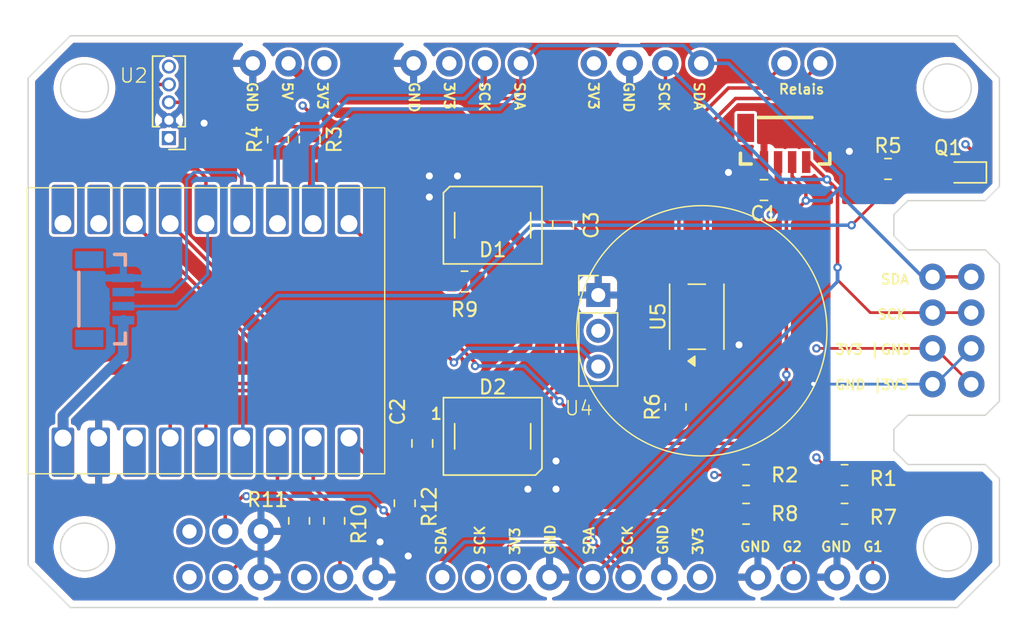
<source format=kicad_pcb>
(kicad_pcb (version 20241229) (generator "pcbnew") (generator_version "9.0")
  (layers (0 "F.Cu" power) (4 "In1.Cu" power) (6 "In2.Cu" power) (2 "B.Cu" power) (13 "F.Paste" user) (15 "B.Paste" user) (5 "F.SilkS" user "F.Silkscreen") (7 "B.SilkS" user "B.Silkscreen") (1 "F.Mask" user) (3 "B.Mask" user) (25 "Edge.Cuts" user))
  (net 0 "")
  (net 1 "+3V3")
  (net 2 "GND")
  (net 3 "+5V")
  (net 4 "Net-(D1-DIN)")
  (net 7 "Net-(J12-Pin_2)")
  (net 8 "SCK")
  (net 9 "SDA")
  (net 10 "UART_TX_mmWAVE")
  (net 11 "UART_RX_mmWAVE")
  (net 12 "WS12_LED_IN")
  (net 16 "Net-(D1-DOUT)")
  (net 18 "Net-(J3-Pin_2)")
  (net 19 "Net-(J3-Pin_1)")
  (net 20 "PhotoMeas")
  (net 21 "Relais")
  (net 22 "Net-(R6-Pad2)")
  (net 23 "Net-(J5-Pin_2)")
  (net 24 "Net-(J6-Pin_2)")
  (net 25 "Net-(J7-Pin_2)")
  (net 26 "Net-(J8-Pin_2)")
  (net 27 "GPIO_1")
  (net 28 "GPIO_2")
  (net 29 "GPIO_5")
  (net 30 "GPIO_4")
  (net 31 "GPIO_6")
  (net 32 "PIR")
  (footprint "Resistor_SMD:R_0805_2012Metric" (layer "F.Cu") (at 108.75 74.9125 90)
    (property "Reference" "R4" (at 0 -1.65 90) (layer "F.SilkS"))
    (property "Value" "2k2")
    (pad "1" smd roundrect (at -0.9125 0 90) (size 1.025 1.4) (layers "F.Cu" "F.Mask" "F.Paste") (roundrect_rratio 0.243902) (net 8 "SCK"))
    (pad "2" smd roundrect (at 0.9125 0 90) (size 1.025 1.4) (layers "F.Cu" "F.Mask" "F.Paste") (roundrect_rratio 0.243902) (net 1 "+3V3"))
  )
  (footprint "PCM_SparkFun-Connector:1x03_P2.54mm" (layer "F.Cu") (at 115.694603 106 180)
    (property "Reference" "J8")
    (property "Value" "Conn_01x03")
    (pad "1" thru_hole circle (at 0 0 270) (size 1.8796 1.8796) (drill 1.016) (layers "*.Cu" "*.Mask") (net 2 "GND"))
    (pad "2" thru_hole circle (at 2.54 0 270) (size 1.8796 1.8796) (drill 1.016) (layers "*.Cu" "*.Mask") (net 26 "Net-(J8-Pin_2)"))
    (pad "3" thru_hole circle (at 5.08 0 270) (size 1.8796 1.8796) (drill 1.016) (layers "*.Cu" "*.Mask") (net 1 "+3V3"))
  )
  (footprint "Resistor_SMD:R_0805_2012Metric" (layer "F.Cu") (at 142 101.5 180)
    (property "Reference" "R8" (at -2.75 0 0) (layer "F.SilkS"))
    (property "Value" "470R")
    (pad "1" smd roundrect (at -0.9125 0 180) (size 1.025 1.4) (layers "F.Cu" "F.Mask" "F.Paste") (roundrect_rratio 0.243902) (net 23 "Net-(J5-Pin_2)"))
    (pad "2" smd roundrect (at 0.9125 0 180) (size 1.025 1.4) (layers "F.Cu" "F.Mask" "F.Paste") (roundrect_rratio 0.243902) (net 28 "GPIO_2"))
  )
  (footprint "LibraryThomas:PIR_SR602" (layer "F.Cu") (at 132 93.58)
    (property "Reference" "U4" (at -1.88 0.42 0) (layer "F.SilkS") (effects (font (thickness 0.1))))
    (property "Value" "~")
    (pad "1" thru_hole rect (at -0.5 -7.62) (size 1.7 1.7) (drill 1) (layers "*.Cu" "*.Mask") (net 2 "GND"))
    (pad "2" thru_hole circle (at -0.5 -5.08) (size 1.7 1.7) (drill 1) (layers "*.Cu" "*.Mask") (net 1 "+3V3"))
    (pad "3" thru_hole circle (at -0.5 -2.54) (size 1.7 1.7) (drill 1) (layers "*.Cu" "*.Mask") (net 32 "PIR"))
  )
  (footprint "Resistor_SMD:R_0805_2012Metric" (layer "F.Cu") (at 110.25 102 90)
    (property "Reference" "R11" (at 1.5 -2.25 0) (layer "F.SilkS"))
    (property "Value" "470R")
    (pad "1" smd roundrect (at -0.9125 0 90) (size 1.025 1.4) (layers "F.Cu" "F.Mask" "F.Paste") (roundrect_rratio 0.243902) (net 25 "Net-(J7-Pin_2)"))
    (pad "2" smd roundrect (at 0.9125 0 90) (size 1.025 1.4) (layers "F.Cu" "F.Mask" "F.Paste") (roundrect_rratio 0.243902) (net 30 "GPIO_4"))
  )
  (footprint "PCM_SparkFun-Connector:1x04_P2.54mm" (layer "F.Cu") (at 131.19 69.5)
    (property "Reference" "J9")
    (property "Value" "VL53L0X Module")
    (pad "1" thru_hole circle (at 0 0 90) (size 1.8796 1.8796) (drill 1.016) (layers "*.Cu" "*.Mask") (net 1 "+3V3"))
    (pad "2" thru_hole circle (at 2.54 0 90) (size 1.8796 1.8796) (drill 1.016) (layers "*.Cu" "*.Mask") (net 2 "GND"))
    (pad "3" thru_hole circle (at 5.08 0 90) (size 1.8796 1.8796) (drill 1.016) (layers "*.Cu" "*.Mask") (net 8 "SCK"))
    (pad "4" thru_hole circle (at 7.62 0 90) (size 1.8796 1.8796) (drill 1.016) (layers "*.Cu" "*.Mask") (net 9 "SDA"))
  )
  (footprint "LibraryThomas:Unbenannt" (layer "F.Cu") (at 101 72.27)
    (property "Reference" "U2" (at -2.5 -1.9 0) (layer "F.SilkS") (effects (font (thickness 0.1))))
    (property "Value" "~")
    (pad "1" thru_hole rect (at 0 2.54 180) (size 1 1) (drill 0.65) (layers "*.Cu" "*.Mask") (net 1 "+3V3"))
    (pad "2" thru_hole circle (at 0 1.27 180) (size 1 1) (drill 0.65) (layers "*.Cu" "*.Mask") (net 2 "GND"))
    (pad "3" thru_hole circle (at 0 0 180) (size 1 1) (drill 0.65) (layers "*.Cu" "*.Mask") (net 11 "UART_RX_mmWAVE"))
    (pad "4" thru_hole circle (at 0 -1.27 180) (size 1 1) (drill 0.65) (layers "*.Cu" "*.Mask") (net 10 "UART_TX_mmWAVE"))
    (pad "5" thru_hole circle (at 0 -2.54 180) (size 1 1) (drill 0.65) (layers "*.Cu" "*.Mask"))
  )
  (footprint "PCM_SparkFun-Connector:1x02_P2.54mm" (layer "F.Cu") (at 144.73 69.5)
    (property "Reference" "J3")
    (property "Value" "Conn_01x02")
    (pad "1" thru_hole circle (at 0 0 90) (size 1.8796 1.8796) (drill 1.016) (layers "*.Cu" "*.Mask") (net 19 "Net-(J3-Pin_1)"))
    (pad "2" thru_hole circle (at 2.54 0 90) (size 1.8796 1.8796) (drill 1.016) (layers "*.Cu" "*.Mask") (net 18 "Net-(J3-Pin_2)"))
  )
  (footprint "PCM_SparkFun-Connector:1x02_P2.54mm" (layer "F.Cu") (at 142.845397 106)
    (property "Reference" "J5")
    (property "Value" "Conn_01x02")
    (pad "1" thru_hole circle (at 0 0 90) (size 1.8796 1.8796) (drill 1.016) (layers "*.Cu" "*.Mask") (net 2 "GND"))
    (pad "2" thru_hole circle (at 2.54 0 90) (size 1.8796 1.8796) (drill 1.016) (layers "*.Cu" "*.Mask") (net 23 "Net-(J5-Pin_2)"))
  )
  (footprint "Resistor_SMD:R_0805_2012Metric" (layer "F.Cu") (at 122 85)
    (property "Reference" "R9" (at 0 2 0) (layer "F.SilkS"))
    (property "Value" "2k2")
    (pad "1" smd roundrect (at -0.9125 0) (size 1.025 1.4) (layers "F.Cu" "F.Mask" "F.Paste") (roundrect_rratio 0.243902) (net 12 "WS12_LED_IN"))
    (pad "2" smd roundrect (at 0.9125 0) (size 1.025 1.4) (layers "F.Cu" "F.Mask" "F.Paste") (roundrect_rratio 0.243902) (net 4 "Net-(D1-DIN)"))
  )
  (footprint "PCM_SparkFun-Connector:1x04_P2.54mm" (layer "F.Cu") (at 155.25 92.29 90)
    (property "Reference" "J13")
    (property "Value" "SCD40 Module")
    (pad "1" thru_hole circle (at 0 0 180) (size 1.8796 1.8796) (drill 1.016) (layers "*.Cu" "*.Mask") (net 2 "GND"))
    (pad "2" thru_hole circle (at 2.54 0 180) (size 1.8796 1.8796) (drill 1.016) (layers "*.Cu" "*.Mask") (net 1 "+3V3"))
    (pad "3" thru_hole circle (at 5.08 0 180) (size 1.8796 1.8796) (drill 1.016) (layers "*.Cu" "*.Mask") (net 8 "SCK"))
    (pad "4" thru_hole circle (at 7.62 0 180) (size 1.8796 1.8796) (drill 1.016) (layers "*.Cu" "*.Mask") (net 9 "SDA"))
  )
  (footprint "PCM_SparkFun-Connector:1x04_P2.54mm" (layer "F.Cu") (at 138.734604 106 180)
    (property "Reference" "J1")
    (property "Value" "BME280, SHT40 Module")
    (pad "1" thru_hole circle (at 0 0 270) (size 1.8796 1.8796) (drill 1.016) (layers "*.Cu" "*.Mask") (net 1 "+3V3"))
    (pad "2" thru_hole circle (at 2.54 0 270) (size 1.8796 1.8796) (drill 1.016) (layers "*.Cu" "*.Mask") (net 2 "GND"))
    (pad "3" thru_hole circle (at 5.08 0 270) (size 1.8796 1.8796) (drill 1.016) (layers "*.Cu" "*.Mask") (net 8 "SCK"))
    (pad "4" thru_hole circle (at 7.62 0 270) (size 1.8796 1.8796) (drill 1.016) (layers "*.Cu" "*.Mask") (net 9 "SDA"))
  )
  (footprint "LED_SMD:LED_WS2812B_PLCC4_5.0x5.0mm_P3.2mm" (layer "F.Cu") (at 124 96)
    (property "Reference" "D2" (at 0 -3.5 0) (layer "F.SilkS"))
    (property "Value" "WS2812B")
    (fp_text user "1" (at -4 -1.6 0) (layer "F.SilkS") (effects (font (size 0.8 0.8))))
    (pad "1" smd roundrect (at -2.45 -1.65) (size 1.5 0.9) (layers "F.Cu" "F.Mask" "F.Paste") (roundrect_rratio 0.1) (net 3 "+5V"))
    (pad "2" smd roundrect (at -2.45 1.65) (size 1.5 0.9) (layers "F.Cu" "F.Mask" "F.Paste") (roundrect_rratio 0.1))
    (pad "3" smd roundrect (at 2.45 1.65) (size 1.5 0.9) (layers "F.Cu" "F.Mask" "F.Paste") (roundrect_rratio 0.1) (net 2 "GND"))
    (pad "4" smd roundrect (at 2.45 -1.65) (size 1.5 0.9) (layers "F.Cu" "F.Mask" "F.Paste") (roundrect_rratio 0.1) (net 16 "Net-(D1-DOUT)"))
  )
  (footprint "PCM_SparkFun-Connector:1x03_P2.54mm" (layer "F.Cu") (at 107.54 102.75 180)
    (property "Reference" "J12")
    (property "Value" "Conn_01x03")
    (pad "1" thru_hole circle (at 0 0 270) (size 1.8796 1.8796) (drill 1.016) (layers "*.Cu" "*.Mask") (net 2 "GND"))
    (pad "2" thru_hole circle (at 2.54 0 270) (size 1.8796 1.8796) (drill 1.016) (layers "*.Cu" "*.Mask") (net 7 "Net-(J12-Pin_2)"))
    (pad "3" thru_hole circle (at 5.08 0 270) (size 1.8796 1.8796) (drill 1.016) (layers "*.Cu" "*.Mask") (net 1 "+3V3"))
  )
  (footprint "Resistor_SMD:R_0805_2012Metric" (layer "F.Cu") (at 152.0875 77)
    (property "Reference" "R5" (at 0 -1.65 0) (layer "F.SilkS"))
    (property "Value" "10k")
    (pad "1" smd roundrect (at -0.9125 0) (size 1.025 1.4) (layers "F.Cu" "F.Mask" "F.Paste") (roundrect_rratio 0.243902) (net 2 "GND"))
    (pad "2" smd roundrect (at 0.9125 0) (size 1.025 1.4) (layers "F.Cu" "F.Mask" "F.Paste") (roundrect_rratio 0.243902) (net 20 "PhotoMeas"))
  )
  (footprint "LED_SMD:LED_0603_1608Metric" (layer "F.Cu") (at 157.5875 77.25 180)
    (property "Reference" "Q1" (at 1.25 1.75 0) (layer "F.SilkS"))
    (property "Value" "PT19-21C")
    (pad "1" smd roundrect (at -0.7875 0 180) (size 0.875 0.95) (layers "F.Cu" "F.Mask" "F.Paste") (net 1 "+3V3"))
    (pad "2" smd roundrect (at 0.7875 0 180) (size 0.875 0.95) (layers "F.Cu" "F.Mask" "F.Paste") (net 20 "PhotoMeas"))
  )
  (footprint "PCM_SparkFun-Connector:1x04_P2.54mm" (layer "F.Cu") (at 158 92.29 90)
    (property "Reference" "J14")
    (property "Value" "BME280, SHT40 Module")
    (pad "1" thru_hole circle (at 0 0 180) (size 1.8796 1.8796) (drill 1.016) (layers "*.Cu" "*.Mask") (net 1 "+3V3"))
    (pad "2" thru_hole circle (at 2.54 0 180) (size 1.8796 1.8796) (drill 1.016) (layers "*.Cu" "*.Mask") (net 2 "GND"))
    (pad "3" thru_hole circle (at 5.08 0 180) (size 1.8796 1.8796) (drill 1.016) (layers "*.Cu" "*.Mask") (net 8 "SCK"))
    (pad "4" thru_hole circle (at 7.62 0 180) (size 1.8796 1.8796) (drill 1.016) (layers "*.Cu" "*.Mask") (net 9 "SDA"))
  )
  (footprint "ThomasFootprints:ESP32_S3_zeroBoard" (layer "F.Cu") (at 118.87 83.42 90)
    (property "Reference" "U1" (hide yes))
    (property "Value" "~" (hide yes))
    (pad "1" thru_hole roundrect (at -12.7 -25.4) (size 1.6 3.5) (drill 1.2 (offset 0 1)) (layers "*.Cu" "*.Mask") (roundrect_rratio 0.1093613298) (net 3 "+5V"))
    (pad "2" thru_hole roundrect (at -12.7 -22.86) (size 1.6 3.5) (drill 1.2 (offset 0 1)) (layers "*.Cu" "*.Mask") (roundrect_rratio 0.1093613298) (net 2 "GND"))
    (pad "3" thru_hole roundrect (at -12.7 -20.32) (size 1.6 3.5) (drill 1.2 (offset 0 1)) (layers "*.Cu" "*.Mask") (roundrect_rratio 0.1093613298) (net 1 "+3V3"))
    (pad "4" thru_hole roundrect (at -12.7 -17.78) (size 1.6 3.5) (drill 1.2 (offset 0 1)) (layers "*.Cu" "*.Mask") (roundrect_rratio 0.1093613298) (net 27 "GPIO_1"))
    (pad "5" thru_hole roundrect (at -12.7 -15.24) (size 1.6 3.5) (drill 1.2 (offset 0 1)) (layers "*.Cu" "*.Mask") (roundrect_rratio 0.1093613298) (net 28 "GPIO_2"))
    (pad "6" thru_hole roundrect (at -12.7 -12.7) (size 1.6 3.5) (drill 1.2 (offset 0 1)) (layers "*.Cu" "*.Mask") (roundrect_rratio 0.1093613298) (net 20 "PhotoMeas"))
    (pad "7" thru_hole roundrect (at -12.7 -10.16) (size 1.6 3.5) (drill 1.2 (offset 0 1)) (layers "*.Cu" "*.Mask") (roundrect_rratio 0.1093613298) (net 30 "GPIO_4"))
    (pad "8" thru_hole roundrect (at -12.7 -7.62) (size 1.6 3.5) (drill 1.2 (offset 0 1)) (layers "*.Cu" "*.Mask") (roundrect_rratio 0.1093613298) (net 29 "GPIO_5"))
    (pad "9" thru_hole roundrect (at -12.7 -5.08) (size 1.6 3.5) (drill 1.2 (offset 0 1)) (layers "*.Cu" "*.Mask") (roundrect_rratio 0.1093613298) (net 31 "GPIO_6"))
    (pad "10" thru_hole roundrect (at 2.54 -5.08) (size 1.6 3.5) (drill 1.2 (offset 0 -1)) (layers "*.Cu" "*.Mask") (roundrect_rratio 0.1093613298) (net 12 "WS12_LED_IN"))
    (pad "11" thru_hole roundrect (at 2.54 -7.62) (size 1.6 3.5) (drill 1.2 (offset 0 -1)) (layers "*.Cu" "*.Mask") (roundrect_rratio 0.1093613298) (net 9 "SDA"))
    (pad "12" thru_hole roundrect (at 2.54 -10.16) (size 1.6 3.5) (drill 1.2 (offset 0 -1)) (layers "*.Cu" "*.Mask") (roundrect_rratio 0.1093613298) (net 8 "SCK"))
    (pad "13" thru_hole roundrect (at 2.54 -12.7) (size 1.6 3.5) (drill 1.2 (offset 0 -1)) (layers "*.Cu" "*.Mask") (roundrect_rratio 0.1093613298) (net 11 "UART_RX_mmWAVE"))
    (pad "14" thru_hole roundrect (at 2.54 -15.24) (size 1.6 3.5) (drill 1.2 (offset 0 -1)) (layers "*.Cu" "*.Mask") (roundrect_rratio 0.1093613298) (net 10 "UART_TX_mmWAVE"))
    (pad "15" thru_hole roundrect (at 2.54 -17.78) (size 1.6 3.5) (drill 1.2 (offset 0 -1)) (layers "*.Cu" "*.Mask") (roundrect_rratio 0.1093613298) (net 21 "Relais"))
    (pad "16" thru_hole roundrect (at 2.54 -20.32) (size 1.6 3.5) (drill 1.2 (offset 0 -1)) (layers "*.Cu" "*.Mask") (roundrect_rratio 0.1093613298) (net 32 "PIR"))
    (pad "17" thru_hole roundrect (at 2.54 -22.86) (size 1.6 3.5) (drill 1.2 (offset 0 -1)) (layers "*.Cu" "*.Mask") (roundrect_rratio 0.1093613298))
    (pad "18" thru_hole roundrect (at 2.54 -25.4) (size 1.6 3.5) (drill 1.2 (offset 0 -1)) (layers "*.Cu" "*.Mask") (roundrect_rratio 0.1093613298))
  )
  (footprint "PCM_SparkFun-Connector:1x03_P2.54mm" (layer "F.Cu") (at 107.54 106 180)
    (property "Reference" "J7")
    (property "Value" "Conn_01x03")
    (pad "1" thru_hole circle (at 0 0 270) (size 1.8796 1.8796) (drill 1.016) (layers "*.Cu" "*.Mask") (net 2 "GND"))
    (pad "2" thru_hole circle (at 2.54 0 270) (size 1.8796 1.8796) (drill 1.016) (layers "*.Cu" "*.Mask") (net 25 "Net-(J7-Pin_2)"))
    (pad "3" thru_hole circle (at 5.08 0 270) (size 1.8796 1.8796) (drill 1.016) (layers "*.Cu" "*.Mask") (net 1 "+3V3"))
  )
  (footprint "Resistor_SMD:R_0805_2012Metric" (layer "F.Cu") (at 112.75 102 90)
    (property "Reference" "R10" (at -0.227064 1.75 90) (layer "F.SilkS"))
    (property "Value" "470R")
    (pad "1" smd roundrect (at -0.9125 0 90) (size 1.025 1.4) (layers "F.Cu" "F.Mask" "F.Paste") (roundrect_rratio 0.243902) (net 26 "Net-(J8-Pin_2)"))
    (pad "2" smd roundrect (at 0.9125 0 90) (size 1.025 1.4) (layers "F.Cu" "F.Mask" "F.Paste") (roundrect_rratio 0.243902) (net 29 "GPIO_5"))
  )
  (footprint "Package_SO:Toshiba_SOIC-4-6_4.4x3.6mm_P1.27mm" (layer "F.Cu") (at 138.5 87.5 90)
    (property "Reference" "U5" (at 0 -2.75 90) (layer "F.SilkS"))
    (property "Value" "TLP175A")
    (pad "1" smd roundrect (at -3.15 -1.27 90) (size 1.2 0.8) (layers "F.Cu" "F.Mask" "F.Paste") (net 22 "Net-(R6-Pad2)"))
    (pad "3" smd roundrect (at -3.15 1.27 90) (size 1.2 0.8) (layers "F.Cu" "F.Mask" "F.Paste") (net 2 "GND"))
    (pad "4" smd roundrect (at 3.15 1.27 90) (size 1.2 0.8) (layers "F.Cu" "F.Mask" "F.Paste") (net 18 "Net-(J3-Pin_2)"))
    (pad "6" smd roundrect (at 3.15 -1.27 90) (size 1.2 0.8) (layers "F.Cu" "F.Mask" "F.Paste") (net 19 "Net-(J3-Pin_1)"))
  )
  (footprint "Resistor_SMD:R_0805_2012Metric" (layer "F.Cu") (at 149 101.5 180)
    (property "Reference" "R7" (at -2.75 -0.25 0) (layer "F.SilkS"))
    (property "Value" "470R")
    (pad "1" smd roundrect (at -0.9125 0 180) (size 1.025 1.4) (layers "F.Cu" "F.Mask" "F.Paste") (roundrect_rratio 0.243902) (net 24 "Net-(J6-Pin_2)"))
    (pad "2" smd roundrect (at 0.9125 0 180) (size 1.025 1.4) (layers "F.Cu" "F.Mask" "F.Paste") (roundrect_rratio 0.243902) (net 27 "GPIO_1"))
  )
  (footprint "Resistor_SMD:R_0805_2012Metric" (layer "F.Cu") (at 117.75 100.75 90)
    (property "Reference" "R12" (at -0.25 1.75 90) (layer "F.SilkS"))
    (property "Value" "470R")
    (pad "1" smd roundrect (at -0.9125 0 90) (size 1.025 1.4) (layers "F.Cu" "F.Mask" "F.Paste") (roundrect_rratio 0.243902) (net 7 "Net-(J12-Pin_2)"))
    (pad "2" smd roundrect (at 0.9125 0 90) (size 1.025 1.4) (layers "F.Cu" "F.Mask" "F.Paste") (roundrect_rratio 0.243902) (net 31 "GPIO_6"))
  )
  (footprint "PCM_SparkFun-Connector:JST_1x04_P1.0mm_Vertical_SMD" (layer "F.Cu") (at 144.775 75)
    (property "Reference" "J4")
    (property "Value" "Qwiic_Vertical")
    (pad "1" smd rect (at -1.5 1.511) (size 0.6 1.55) (layers "F.Cu" "F.Mask" "F.Paste") (net 2 "GND"))
    (pad "2" smd rect (at -0.5 1.511) (size 0.6 1.55) (layers "F.Cu" "F.Mask" "F.Paste") (net 1 "+3V3"))
    (pad "3" smd rect (at 0.5 1.511) (size 0.6 1.55) (layers "F.Cu" "F.Mask" "F.Paste") (net 9 "SDA"))
    (pad "4" smd rect (at 1.5 1.511) (size 0.6 1.55) (layers "F.Cu" "F.Mask" "F.Paste") (net 8 "SCK"))
    (pad "NC1" smd rect (at -2.8 -0.914) (size 1.2 2) (layers "F.Cu" "F.Mask" "F.Paste"))
    (pad "NC2" smd rect (at 2.8 -0.914) (size 1.2 2) (layers "F.Cu" "F.Mask" "F.Paste"))
  )
  (footprint "Capacitor_SMD:C_0805_2012Metric" (layer "F.Cu") (at 143.275 78.5 180)
    (property "Reference" "C1" (at 0 -1.68 180) (layer "F.SilkS"))
    (property "Value" "100n")
    (pad "1" smd roundrect (at -0.95 0 180) (size 1 1.45) (layers "F.Cu" "F.Mask" "F.Paste") (net 1 "+3V3"))
    (pad "2" smd roundrect (at 0.95 0 180) (size 1 1.45) (layers "F.Cu" "F.Mask" "F.Paste") (net 2 "GND"))
  )
  (footprint "PCM_SparkFun-Connector:1x04_P2.54mm" (layer "F.Cu") (at 118.38 69.5)
    (property "Reference" "J10")
    (property "Value" "SCD40 Module")
    (pad "1" thru_hole circle (at 0 0 90) (size 1.8796 1.8796) (drill 1.016) (layers "*.Cu" "*.Mask") (net 2 "GND"))
    (pad "2" thru_hole circle (at 2.54 0 90) (size 1.8796 1.8796) (drill 1.016) (layers "*.Cu" "*.Mask") (net 1 "+3V3"))
    (pad "3" thru_hole circle (at 5.08 0 90) (size 1.8796 1.8796) (drill 1.016) (layers "*.Cu" "*.Mask") (net 8 "SCK"))
    (pad "4" thru_hole circle (at 7.62 0 90) (size 1.8796 1.8796) (drill 1.016) (layers "*.Cu" "*.Mask") (net 9 "SDA"))
  )
  (footprint "PCM_SparkFun-Connector:1x03_P2.54mm" (layer "F.Cu") (at 106.96 69.5)
    (property "Reference" "J11")
    (property "Value" "Conn_01x03")
    (pad "1" thru_hole circle (at 0 0 90) (size 1.8796 1.8796) (drill 1.016) (layers "*.Cu" "*.Mask") (net 2 "GND"))
    (pad "2" thru_hole circle (at 2.54 0 90) (size 1.8796 1.8796) (drill 1.016) (layers "*.Cu" "*.Mask") (net 3 "+5V"))
    (pad "3" thru_hole circle (at 5.08 0 90) (size 1.8796 1.8796) (drill 1.016) (layers "*.Cu" "*.Mask") (net 1 "+3V3"))
  )
  (footprint "Resistor_SMD:R_0805_2012Metric" (layer "F.Cu") (at 111 74.9125 90)
    (property "Reference" "R3" (at 0 1.75 90) (layer "F.SilkS"))
    (property "Value" "2k2")
    (pad "1" smd roundrect (at -0.9125 0 90) (size 1.025 1.4) (layers "F.Cu" "F.Mask" "F.Paste") (roundrect_rratio 0.243902) (net 9 "SDA"))
    (pad "2" smd roundrect (at 0.9125 0 90) (size 1.025 1.4) (layers "F.Cu" "F.Mask" "F.Paste") (roundrect_rratio 0.243902) (net 1 "+3V3"))
  )
  (footprint "LED_SMD:LED_WS2812B_PLCC4_5.0x5.0mm_P3.2mm" (layer "F.Cu") (at 124 81 180)
    (property "Reference" "D1" (at 0 -1.75 0) (layer "F.SilkS"))
    (property "Value" "WS2812B")
    (pad "1" smd roundrect (at -2.45 -1.65 180) (size 1.5 0.9) (layers "F.Cu" "F.Mask" "F.Paste") (roundrect_rratio 0.1) (net 3 "+5V"))
    (pad "2" smd roundrect (at -2.45 1.65 180) (size 1.5 0.9) (layers "F.Cu" "F.Mask" "F.Paste") (roundrect_rratio 0.1) (net 16 "Net-(D1-DOUT)"))
    (pad "3" smd roundrect (at 2.45 1.65 180) (size 1.5 0.9) (layers "F.Cu" "F.Mask" "F.Paste") (roundrect_rratio 0.1) (net 2 "GND"))
    (pad "4" smd roundrect (at 2.45 -1.65 180) (size 1.5 0.9) (layers "F.Cu" "F.Mask" "F.Paste") (roundrect_rratio 0.1) (net 4 "Net-(D1-DIN)"))
  )
  (footprint "Resistor_SMD:R_0805_2012Metric" (layer "F.Cu") (at 149 98.75 180)
    (property "Reference" "R1" (at -2.75 -0.25 180) (layer "F.SilkS"))
    (property "Value" "4k7")
    (pad "1" smd roundrect (at -0.9125 0 180) (size 1.025 1.4) (layers "F.Cu" "F.Mask" "F.Paste") (roundrect_rratio 0.243902) (net 24 "Net-(J6-Pin_2)"))
    (pad "2" smd roundrect (at 0.9125 0 180) (size 1.025 1.4) (layers "F.Cu" "F.Mask" "F.Paste") (roundrect_rratio 0.243902) (net 1 "+3V3"))
  )
  (footprint "PCM_SparkFun-Connector:1x02_P2.54mm" (layer "F.Cu") (at 148.46 106)
    (property "Reference" "J6")
    (property "Value" "Conn_01x02")
    (pad "1" thru_hole circle (at 0 0 90) (size 1.8796 1.8796) (drill 1.016) (layers "*.Cu" "*.Mask") (net 2 "GND"))
    (pad "2" thru_hole circle (at 2.54 0 90) (size 1.8796 1.8796) (drill 1.016) (layers "*.Cu" "*.Mask") (net 24 "Net-(J6-Pin_2)"))
  )
  (footprint "Resistor_SMD:R_0805_2012Metric" (layer "F.Cu") (at 142 98.75 180)
    (property "Reference" "R2" (at -2.75 0 180) (layer "F.SilkS"))
    (property "Value" "4k7")
    (pad "1" smd roundrect (at -0.9125 0 180) (size 1.025 1.4) (layers "F.Cu" "F.Mask" "F.Paste") (roundrect_rratio 0.243902) (net 23 "Net-(J5-Pin_2)"))
    (pad "2" smd roundrect (at 0.9125 0 180) (size 1.025 1.4) (layers "F.Cu" "F.Mask" "F.Paste") (roundrect_rratio 0.243902) (net 1 "+3V3"))
  )
  (footprint "Resistor_SMD:R_0805_2012Metric" (layer "F.Cu") (at 137 93.9125 90)
    (property "Reference" "R6" (at 0 -1.65 90) (layer "F.SilkS"))
    (property "Value" "470R")
    (pad "1" smd roundrect (at -0.9125 0 90) (size 1.025 1.4) (layers "F.Cu" "F.Mask" "F.Paste") (roundrect_rratio 0.243902) (net 21 "Relais"))
    (pad "2" smd roundrect (at 0.9125 0 90) (size 1.025 1.4) (layers "F.Cu" "F.Mask" "F.Paste") (roundrect_rratio 0.243902) (net 22 "Net-(R6-Pad2)"))
  )
  (footprint "Capacitor_SMD:C_0805_2012Metric" (layer "F.Cu") (at 129 80.95 90)
    (property "Reference" "C3" (at -0.05 2 90) (layer "F.SilkS"))
    (property "Value" "10u")
    (pad "1" smd roundrect (at -0.95 0 90) (size 1 1.45) (layers "F.Cu" "F.Mask" "F.Paste") (net 3 "+5V"))
    (pad "2" smd roundrect (at 0.95 0 90) (size 1 1.45) (layers "F.Cu" "F.Mask" "F.Paste") (net 2 "GND"))
  )
  (footprint "Capacitor_SMD:C_0805_2012Metric" (layer "F.Cu") (at 119 96.5 -90)
    (property "Reference" "C2" (at -2.25 1.75 90) (layer "F.SilkS"))
    (property "Value" "10u")
    (pad "1" smd roundrect (at -0.95 0 270) (size 1 1.45) (layers "F.Cu" "F.Mask" "F.Paste") (net 3 "+5V"))
    (pad "2" smd roundrect (at 0.95 0 270) (size 1 1.45) (layers "F.Cu" "F.Mask" "F.Paste") (net 2 "GND"))
  )
  (footprint "PCM_SparkFun-Connector:1x04_P2.54mm" (layer "F.Cu") (at 128.04 106 180)
    (property "Reference" "J2")
    (property "Value" "SCD40 Module")
    (pad "1" thru_hole circle (at 0 0 270) (size 1.8796 1.8796) (drill 1.016) (layers "*.Cu" "*.Mask") (net 2 "GND"))
    (pad "2" thru_hole circle (at 2.54 0 270) (size 1.8796 1.8796) (drill 1.016) (layers "*.Cu" "*.Mask") (net 1 "+3V3"))
    (pad "3" thru_hole circle (at 5.08 0 270) (size 1.8796 1.8796) (drill 1.016) (layers "*.Cu" "*.Mask") (net 8 "SCK"))
    (pad "4" thru_hole circle (at 7.62 0 270) (size 1.8796 1.8796) (drill 1.016) (layers "*.Cu" "*.Mask") (net 9 "SDA"))
  )
  (footprint "PCM_SparkFun-Connector:JST_1x04_P1.0mm_Vertical_SMD" (layer "B.Cu") (at 96.25 86.25 -90)
    (property "Reference" "J15")
    (property "Value" "mmWave Connector")
    (pad "1" smd rect (at -1.5 -1.511 270) (size 0.6 1.55) (layers "B.Cu" "B.Mask" "B.Paste") (net 2 "GND"))
    (pad "2" smd rect (at -0.5 -1.511 270) (size 0.6 1.55) (layers "B.Cu" "B.Mask" "B.Paste") (net 11 "UART_RX_mmWAVE"))
    (pad "3" smd rect (at 0.5 -1.511 270) (size 0.6 1.55) (layers "B.Cu" "B.Mask" "B.Paste") (net 10 "UART_TX_mmWAVE"))
    (pad "4" smd rect (at 1.5 -1.511 270) (size 0.6 1.55) (layers "B.Cu" "B.Mask" "B.Paste") (net 3 "+5V"))
    (pad "NC1" smd rect (at -2.8 0.914 270) (size 1.2 2) (layers "B.Cu" "B.Mask" "B.Paste"))
    (pad "NC2" smd rect (at 2.8 0.914 270) (size 1.2 2) (layers "B.Cu" "B.Mask" "B.Paste"))
  )
  (gr_line (start 160 70.54) (end 157 67.54) (stroke (width 0.1)) (layer "Edge.Cuts"))
  (gr_line (start 160 105.16) (end 160 99) (stroke (width 0.1)) (layer "Edge.Cuts"))
  (gr_line (start 157 108.16) (end 160 105.16) (stroke (width 0.1)) (layer "Edge.Cuts"))
  (gr_circle (center 95 71.24) (end 96.7 71.24) (stroke (width 0.1)) (fill no) (layer "Edge.Cuts"))
  (gr_line (start 152.5 95.5) (end 152.5 97) (stroke (width 0.1)) (layer "Edge.Cuts"))
  (gr_line (start 160 93.5) (end 159 94.5) (stroke (width 0.1)) (layer "Edge.Cuts"))
  (gr_line (start 153.5 94.5) (end 152.5 95.5) (stroke (width 0.1)) (layer "Edge.Cuts"))
  (gr_line (start 160 78.25) (end 160 70.54) (stroke (width 0.1)) (layer "Edge.Cuts"))
  (gr_circle (center 156.3 71.24) (end 158 71.24) (stroke (width 0.1)) (fill no) (layer "Edge.Cuts"))
  (gr_line (start 159 82.75) (end 160 83.75) (stroke (width 0.1)) (layer "Edge.Cuts"))
  (gr_line (start 152.5 97) (end 153.5 98) (stroke (width 0.1)) (layer "Edge.Cuts"))
  (gr_line (start 157 67.54) (end 94 67.54) (stroke (width 0.1)) (layer "Edge.Cuts"))
  (gr_line (start 159 94.5) (end 153.5 94.5) (stroke (width 0.1)) (layer "Edge.Cuts"))
  (gr_line (start 153.5 98) (end 159 98) (stroke (width 0.1)) (layer "Edge.Cuts"))
  (gr_line (start 159 98) (end 160 99) (stroke (width 0.1)) (layer "Edge.Cuts"))
  (gr_line (start 160 93.5) (end 160 83.75) (stroke (width 0.1)) (layer "Edge.Cuts"))
  (gr_line (start 152.5 80.25) (end 152.5 81.75) (stroke (width 0.1)) (layer "Edge.Cuts"))
  (gr_line (start 159 79.25) (end 153.5 79.25) (stroke (width 0.1)) (layer "Edge.Cuts"))
  (gr_line (start 94 108.16) (end 157 108.16) (stroke (width 0.1)) (layer "Edge.Cuts"))
  (gr_line (start 91 70.54) (end 91 105.16) (stroke (width 0.1)) (layer "Edge.Cuts"))
  (gr_circle (center 156.3 103.86) (end 158 103.86) (stroke (width 0.1)) (fill no) (layer "Edge.Cuts"))
  (gr_line (start 160 78.25) (end 159 79.25) (stroke (width 0.1)) (layer "Edge.Cuts"))
  (gr_line (start 94 67.54) (end 91 70.54) (stroke (width 0.1)) (layer "Edge.Cuts"))
  (gr_line (start 153.5 79.25) (end 152.5 80.25) (stroke (width 0.1)) (layer "Edge.Cuts"))
  (gr_line (start 152.5 81.75) (end 153.5 82.75) (stroke (width 0.1)) (layer "Edge.Cuts"))
  (gr_circle (center 95 103.86) (end 96.7 103.86) (stroke (width 0.1)) (fill no) (layer "Edge.Cuts"))
  (gr_line (start 91 105.16) (end 94 108.16) (stroke (width 0.1)) (layer "Edge.Cuts"))
  (gr_line (start 153.5 82.75) (end 159 82.75) (stroke (width 0.1)) (layer "Edge.Cuts"))
  (gr_text "3V3" (at 126 104.5 90) (layer "F.SilkS") (effects (font (size 0.7 0.7) (thickness 0.14) (bold yes)) (justify left bottom)))
  (gr_text "SDA" (at 151.5 85.25 0) (layer "F.SilkS") (effects (font (size 0.7 0.7) (thickness 0.14) (bold yes)) (justify left bottom)))
  (gr_text "3V3 |" (at 148.25 90.25 0) (layer "F.SilkS") (effects (font (size 0.7 0.7) (thickness 0.14) (bold yes)) (justify left bottom)))
  (gr_text "3V3" (at 151.5 92.75 0) (layer "F.SilkS") (effects (font (size 0.7 0.7) (thickness 0.14) (bold yes)) (justify left bottom)))
  (gr_text "3V3" (at 130.75 70.75 270) (layer "F.SilkS") (effects (font (size 0.7 0.7) (thickness 0.14) (bold yes)) (justify left bottom)))
  (gr_text "G2" (at 144.5 104.25 0) (layer "F.SilkS") (effects (font (size 0.7 0.7) (thickness 0.14) (bold yes)) (justify left bottom)))
  (gr_text "GND" (at 136.5 104.5 90) (layer "F.SilkS") (effects (font (size 0.7 0.7) (thickness 0.14) (bold yes)) (justify left bottom)))
  (gr_text "SCK" (at 123.5 104.5 90) (layer "F.SilkS") (effects (font (size 0.7 0.7) (thickness 0.14) (bold yes)) (justify left bottom)))
  (gr_text "G1" (at 150.25 104.25 0) (layer "F.SilkS") (effects (font (size 0.7 0.7) (thickness 0.14) (bold yes)) (justify left bottom)))
  (gr_text "SDA" (at 131.25 104.5 90) (layer "F.SilkS") (effects (font (size 0.7 0.7) (thickness 0.14) (bold yes)) (justify left bottom)))
  (gr_text "SCK" (at 134 104.5 90) (layer "F.SilkS") (effects (font (size 0.7 0.7) (thickness 0.14) (bold yes)) (justify left bottom)))
  (gr_text "3V3" (at 139 104.5 90) (layer "F.SilkS") (effects (font (size 0.7 0.7) (thickness 0.14) (bold yes)) (justify left bottom)))
  (gr_text "3V3" (at 120.5 70.75 270) (layer "F.SilkS") (effects (font (size 0.7 0.7) (thickness 0.14) (bold yes)) (justify left bottom)))
  (gr_text "GND |" (at 148.25 92.75 0) (layer "F.SilkS") (effects (font (size 0.7 0.7) (thickness 0.14) (bold yes)) (justify left bottom)))
  (gr_text "SDA" (at 138.25 70.75 270) (layer "F.SilkS") (effects (font (size 0.7 0.7) (thickness 0.14) (bold yes)) (justify left bottom)))
  (gr_text "Relais" (at 144.25 71.75 0) (layer "F.SilkS") (effects (font (size 0.7 0.7) (thickness 0.14) (bold yes)) (justify left bottom)))
  (gr_text "SCK" (at 135.75 70.75 270) (layer "F.SilkS") (effects (font (size 0.7 0.7) (thickness 0.14) (bold yes)) (justify left bottom)))
  (gr_text "GND" (at 118 70.75 270) (layer "F.SilkS") (effects (font (size 0.7 0.7) (thickness 0.14) (bold yes)) (justify left bottom)))
  (gr_text "SDA" (at 125.5 70.75 270) (layer "F.SilkS") (effects (font (size 0.7 0.7) (thickness 0.14) (bold yes)) (justify left bottom)))
  (gr_text "3V3" (at 111.5 70.75 270) (layer "F.SilkS") (effects (font (size 0.7 0.7) (thickness 0.14) (bold yes)) (justify left bottom)))
  (gr_text "GND" (at 128.5 104.5 90) (layer "F.SilkS") (effects (font (size 0.7 0.7) (thickness 0.14) (bold yes)) (justify left bottom)))
  (gr_text "SCK" (at 151.25 87.75 0) (layer "F.SilkS") (effects (font (size 0.7 0.7) (thickness 0.14) (bold yes)) (justify left bottom)))
  (gr_text "GND" (at 151.5 90.25 0) (layer "F.SilkS") (effects (font (size 0.7 0.7) (thickness 0.14) (bold yes)) (justify left bottom)))
  (gr_text "SDA" (at 120.75 104.5 90) (layer "F.SilkS") (effects (font (size 0.7 0.7) (thickness 0.14) (bold yes)) (justify left bottom)))
  (gr_text "GND" (at 141.5 104.25 0) (layer "F.SilkS") (effects (font (size 0.7 0.7) (thickness 0.14) (bold yes)) (justify left bottom)))
  (gr_text "5V" (at 109 70.75 270) (layer "F.SilkS") (effects (font (size 0.7 0.7) (thickness 0.14) (bold yes)) (justify left bottom)))
  (gr_text "GND" (at 106.5 70.75 270) (layer "F.SilkS") (effects (font (size 0.7 0.7) (thickness 0.14) (bold yes)) (justify left bottom)))
  (gr_text "GND\n" (at 133.25 70.75 270) (layer "F.SilkS") (effects (font (size 0.7 0.7) (thickness 0.14) (bold yes)) (justify left bottom)))
  (gr_text "GND" (at 147.25 104.25 0) (layer "F.SilkS") (effects (font (size 0.7 0.7) (thickness 0.14) (bold yes)) (justify left bottom)))
  (gr_text "SCK" (at 123 70.75 270) (layer "F.SilkS") (effects (font (size 0.7 0.7) (thickness 0.14) (bold yes)) (justify left bottom)))
  (segment (start 157.8375 75.5) (end 157.5875 75.25) (width 0.25) (layer "F.Cu") (net 1))
  (segment (start 144.275 78.275) (end 144.05 78.5) (width 0.5) (layer "F.Cu") (net 1))
  (segment (start 111 73) (end 110.5 72.5) (width 0.25) (layer "F.Cu") (net 1))
  (segment (start 158 92.29) (end 155.46 89.75) (width 0.2) (layer "F.Cu") (net 1))
  (segment (start 111 74) (end 108.75 74) (width 0.25) (layer "F.Cu") (net 1))
  (segment (start 158.375 76.0375) (end 157.8375 75.5) (width 0.25) (layer "F.Cu") (net 1))
  (segment (start 144.05 78.5) (end 144.05 79.95) (width 0.5) (layer "F.Cu") (net 1))
  (segment (start 148.0875 98.5875) (end 147 97.5) (width 0.2) (layer "F.Cu") (net 1))
  (segment (start 144.275 76.511) (end 144.275 78.275) (width 0.5) (layer "F.Cu") (net 1))
  (segment (start 111 74) (end 111 73) (width 0.25) (layer "F.Cu") (net 1))
  (segment (start 147 89.75) (end 155.25 89.75) (width 0.2) (layer "F.Cu") (net 1))
  (segment (start 139.75 98.75) (end 141.0875 98.75) (width 0.2) (layer "F.Cu") (net 1))
  (segment (start 144.05 79.95) (end 143.75 80.25) (width 0.5) (layer "F.Cu") (net 1))
  (segment (start 158.375 77.25) (end 158.375 76.0375) (width 0.25) (layer "F.Cu") (net 1))
  (segment (start 148.0875 98.75) (end 148.0875 98.5875) (width 0.2) (layer "F.Cu") (net 1))
  (segment (start 155.46 89.75) (end 155.25 89.75) (width 0.2) (layer "F.Cu") (net 1))
  (via (at 147 97.5) (size 0.6) (drill 0.3) (layers "F.Cu" "B.Cu") (net 1))
  (via (at 157.5875 75.25) (size 0.6) (drill 0.3) (layers "F.Cu" "B.Cu") (net 1))
  (via (at 110.5 72.5) (size 0.6) (drill 0.3) (layers "F.Cu" "B.Cu") (net 1))
  (via (at 147 89.75) (size 0.6) (drill 0.3) (layers "F.Cu" "B.Cu") (net 1))
  (via (at 143.75 80.25) (size 0.6) (drill 0.3) (layers "F.Cu" "B.Cu") (net 1))
  (via (at 139.75 98.75) (size 0.6) (drill 0.3) (layers "F.Cu" "B.Cu") (net 1))
  (segment (start 146.75 92.25) (end 146.775 92.275) (width 0.25) (layer "F.Cu") (net 2))
  (via (at 140.75 77.25) (size 1.25) (drill 0.5) (layers "F.Cu" "B.Cu") (net 2))
  (via (at 119.5 77.5) (size 1.25) (drill 0.5) (layers "F.Cu" "B.Cu") (net 2))
  (via (at 118 104.5) (size 1.25) (drill 0.5) (layers "F.Cu" "B.Cu") (net 2))
  (via (at 128.5 99.75) (size 1.25) (drill 0.5) (layers "F.Cu" "B.Cu") (net 2))
  (via (at 126.5 99.75) (size 1.25) (drill 0.5) (layers "F.Cu" "B.Cu") (net 2))
  (via (at 128.5 97.75) (size 1.25) (drill 0.5) (layers "F.Cu" "B.Cu") (net 2))
  (via (at 121.5 77.5) (size 1.25) (drill 0.5) (layers "F.Cu" "B.Cu") (net 2))
  (via (at 103.5 73.75) (size 1.25) (drill 0.5) (layers "F.Cu" "B.Cu") (net 2))
  (via (at 146.775 92.275) (size 0.6) (drill 0.3) (layers "F.Cu" "B.Cu") (net 2))
  (via (at 149.3375 75.75) (size 1.25) (drill 0.5) (layers "F.Cu" "B.Cu") (net 2))
  (via (at 119.5 79) (size 1.25) (drill 0.5) (layers "F.Cu" "B.Cu") (net 2))
  (via (at 141.5 89.5) (size 1.25) (drill 0.5) (layers "F.Cu" "B.Cu") (net 2))
  (via (at 116 103.5) (size 1.25) (drill 0.5) (layers "F.Cu" "B.Cu") (net 2))
  (segment (start 158 89.75) (end 155.46 92.29) (width 0.2) (layer "B.Cu") (net 2))
  (segment (start 155.25 92.29) (end 146.79 92.29) (width 0.2) (layer "B.Cu") (net 2))
  (segment (start 146.79 92.29) (end 146.775 92.275) (width 0.2) (layer "B.Cu") (net 2))
  (segment (start 155.46 92.29) (end 155.25 92.29) (width 0.2) (layer "B.Cu") (net 2))
  (segment (start 124.8 81) (end 124.8 76.3) (width 0.75) (layer "F.Cu") (net 3))
  (segment (start 126.45 82.65) (end 128.25 82.65) (width 0.75) (layer "F.Cu") (net 3))
  (segment (start 93.47 94.53) (end 93.47 96.12) (width 0.75) (layer "F.Cu") (net 3))
  (segment (start 119 95.55) (end 120.2 94.35) (width 0.75) (layer "F.Cu") (net 3))
  (segment (start 128.25 82.65) (end 129 81.9) (width 0.75) (layer "F.Cu") (net 3))
  (segment (start 126.45 82.65) (end 124.8 81) (width 0.75) (layer "F.Cu") (net 3))
  (segment (start 126.45 89.45) (end 121.55 94.35) (width 0.75) (layer "F.Cu") (net 3))
  (segment (start 113 73) (end 109.5 69.5) (width 0.75) (layer "F.Cu") (net 3))
  (segment (start 124.8 76.3) (end 121.5 73) (width 0.75) (layer "F.Cu") (net 3))
  (segment (start 126.45 82.65) (end 126.45 89.45) (width 0.75) (layer "F.Cu") (net 3))
  (segment (start 121.5 73) (end 113 73) (width 0.75) (layer "F.Cu") (net 3))
  (segment (start 96.75 91.25) (end 93.47 94.53) (width 0.75) (layer "F.Cu") (net 3))
  (segment (start 117.25 91.25) (end 96.75 91.25) (width 0.75) (layer "F.Cu") (net 3))
  (segment (start 119 95.55) (end 119 93) (width 0.75) (layer "F.Cu") (net 3))
  (segment (start 120.2 94.35) (end 121.55 94.35) (width 0.75) (layer "F.Cu") (net 3))
  (segment (start 119 93) (end 117.25 91.25) (width 0.75) (layer "F.Cu") (net 3))
  (segment (start 93.5 94.5) (end 97.761 90.239) (width 0.75) (layer "B.Cu") (net 3))
  (segment (start 93.5 96.09) (end 93.5 94.5) (width 0.75) (layer "B.Cu") (net 3))
  (segment (start 93.47 96.12) (end 93.5 96.09) (width 0.75) (layer "B.Cu") (net 3))
  (segment (start 97.761 90.239) (end 97.761 87.75) (width 0.75) (layer "B.Cu") (net 3))
  (segment (start 122.9125 85) (end 122.9125 84.0125) (width 0.25) (layer "F.Cu") (net 4))
  (segment (start 122.9125 84.0125) (end 121.55 82.65) (width 0.25) (layer "F.Cu") (net 4))
  (segment (start 106.25 100.25) (end 106.5 100.25) (width 0.25) (layer "F.Cu") (net 7))
  (segment (start 105.75 100.75) (end 105 101.5) (width 0.25) (layer "F.Cu") (net 7))
  (segment (start 116.6625 101.6625) (end 116.25 101.25) (width 0.25) (layer "F.Cu") (net 7))
  (segment (start 117.75 101.6625) (end 116.6625 101.6625) (width 0.25) (layer "F.Cu") (net 7))
  (segment (start 105 101.5) (end 105 102.75) (width 0.25) (layer "F.Cu") (net 7))
  (segment (start 105.75 100.75) (end 106.25 100.25) (width 0.25) (layer "F.Cu") (net 7))
  (via (at 106.5 100.25) (size 0.6) (drill 0.3) (layers "F.Cu" "B.Cu") (net 7))
  (via (at 116.25 101.25) (size 0.6) (drill 0.3) (layers "F.Cu" "B.Cu") (net 7))
  (segment (start 106.5 100.25) (end 115.25 100.25) (width 0.25) (layer "B.Cu") (net 7))
  (segment (start 115.25 100.25) (end 116.25 101.25) (width 0.25) (layer "B.Cu") (net 7))
  (segment (start 136.27 70.98) (end 136.27 69.5) (width 0.25) (layer "F.Cu") (net 8))
  (segment (start 122.96 106) (end 125.46 103.5) (width 0.25) (layer "F.Cu") (net 8))
  (segment (start 146.511 76.511) (end 147.75 77.75) (width 0.25) (layer "F.Cu") (net 8))
  (segment (start 131.154604 103.5) (end 131.25 103.5) (width 0.25) (layer "F.Cu") (net 8))
  (segment (start 123.46 69.5) (end 123.46 70.96) (width 0.25) (layer "F.Cu") (net 8))
  (segment (start 131.154604 103.5) (end 133.654604 106) (width 0.25) (layer "F.Cu") (net 8))
  (segment (start 148.5 78.5) (end 148.5 84.885298) (width 0.25) (layer "F.Cu") (net 8))
  (segment (start 125.46 103.5) (end 131.154604 103.5) (width 0.25) (layer "F.Cu") (net 8))
  (segment (start 146.275 76.511) (end 146.511 76.511) (width 0.25) (layer "F.Cu") (net 8))
  (segment (start 155.25 87.21) (end 150.824702 87.21) (width 0.2) (layer "F.Cu") (net 8))
  (segment (start 135.25 72) (end 136.27 70.98) (width 0.25) (layer "F.Cu") (net 8))
  (segment (start 147.75 77.75) (end 148.5 78.5) (width 0.25) (layer "F.Cu") (net 8))
  (segment (start 108.75 75.825) (end 108.75 80.84) (width 0.25) (layer "F.Cu") (net 8))
  (segment (start 158 87.21) (end 155.25 87.21) (width 0.2) (layer "F.Cu") (net 8))
  (segment (start 108.75 80.84) (end 108.71 80.88) (width 0.25) (layer "F.Cu") (net 8))
  (segment (start 124.5 72) (end 135.25 72) (width 0.25) (layer "F.Cu") (net 8))
  (segment (start 150.824702 87.21) (end 148.5 84.885298) (width 0.2) (layer "F.Cu") (net 8))
  (segment (start 123.46 70.96) (end 124.5 72) (width 0.25) (layer "F.Cu") (net 8))
  (via (at 131.154604 103.5) (size 0.6) (drill 0.3) (layers "F.Cu" "B.Cu") (net 8))
  (via (at 148.5 84) (size 0.6) (drill 0.3) (layers "F.Cu" "B.Cu") (net 8))
  (via (at 147.75 77.75) (size 0.6) (drill 0.3) (layers "F.Cu" "B.Cu") (net 8))
  (segment (start 108.75 75.5) (end 108.75 80.84) (width 0.25) (layer "B.Cu") (net 8))
  (segment (start 123.25 70.75) (end 122 72) (width 0.25) (layer "B.Cu") (net 8))
  (segment (start 148.5 85) (end 148.5 84.25) (width 0.25) (layer "B.Cu") (net 8))
  (segment (start 123.25 69.71) (end 123.25 70.75) (width 0.25) (layer "B.Cu") (net 8))
  (segment (start 131.154604 102.345396) (end 148.5 85) (width 0.25) (layer "B.Cu") (net 8))
  (segment (start 148.5 84.25) (end 148.5 84) (width 0.25) (layer "B.Cu") (net 8))
  (segment (start 123.46 69.5) (end 123.25 69.71) (width 0.25) (layer "B.Cu") (net 8))
  (segment (start 113.75 72) (end 111.75 74) (width 0.25) (layer "B.Cu") (net 8))
  (segment (start 110.25 74) (end 108.75 75.5) (width 0.25) (layer "B.Cu") (net 8))
  (segment (start 131.154604 103.5) (end 131.154604 102.345396) (width 0.25) (layer "B.Cu") (net 8))
  (segment (start 108.75 80.84) (end 108.71 80.88) (width 0.25) (layer "B.Cu") (net 8))
  (segment (start 122 72) (end 113.75 72) (width 0.25) (layer "B.Cu") (net 8))
  (segment (start 111.75 74) (end 110.25 74) (width 0.25) (layer "B.Cu") (net 8))
  (segment (start 144.52 77.75) (end 136.27 69.5) (width 0.25) (layer "B.Cu") (net 8))
  (segment (start 147.75 77.75) (end 144.52 77.75) (width 0.25) (layer "B.Cu") (net 8))
  (segment (start 146.25 79.25) (end 146.25 78.511) (width 0.25) (layer "F.Cu") (net 9))
  (segment (start 144.864604 80.635396) (end 144.864604 91.614604) (width 0.25) (layer "F.Cu") (net 9))
  (segment (start 146.25 78.511) (end 145.275 77.536) (width 0.25) (layer "F.Cu") (net 9))
  (segment (start 155.25 84.67) (end 158 84.67) (width 0.25) (layer "F.Cu") (net 9))
  (segment (start 111 80.63) (end 111.25 80.88) (width 0.25) (layer "F.Cu") (net 9))
  (segment (start 145.275 77.536) (end 145.275 76.511) (width 0.25) (layer "F.Cu") (net 9))
  (segment (start 146.25 79.25) (end 144.864604 80.635396) (width 0.25) (layer "F.Cu") (net 9))
  (segment (start 111 75.825) (end 111 80.63) (width 0.25) (layer "F.Cu") (net 9))
  (via (at 146.25 79.25) (size 0.6) (drill 0.3) (layers "F.Cu" "B.Cu") (net 9))
  (via (at 144.864604 91.614604) (size 0.6) (drill 0.3) (layers "F.Cu" "B.Cu") (net 9))
  (segment (start 148.75 77.5) (end 140.75 69.5) (width 0.25) (layer "B.Cu") (net 9))
  (segment (start 126 69.5) (end 127.2658 68.2342) (width 0.25) (layer "B.Cu") (net 9))
  (segment (start 144.864604 92.25) (end 131.114604 106) (width 0.25) (layer "B.Cu") (net 9))
  (segment (start 148.75 78.25) (end 148.75 77.5) (width 0.25) (layer "B.Cu") (net 9))
  (segment (start 127.2658 68.2342) (end 137.5442 68.2342) (width 0.25) (layer "B.Cu") (net 9))
  (segment (start 111.25 80.88) (end 111.25 75.5) (width 0.25) (layer "B.Cu") (net 9))
  (segment (start 144.864604 91.614604) (end 144.864604 92.25) (width 0.25) (layer "B.Cu") (net 9))
  (segment (start 131.114604 106) (end 128.614604 103.5) (width 0.25) (layer "B.Cu") (net 9))
  (segment (start 126 69.5) (end 126 71.25) (width 0.25) (layer "B.Cu") (net 9))
  (segment (start 148.75 78.25) (end 148.75 78.885298) (width 0.25) (layer "B.Cu") (net 9))
  (segment (start 124.5 72.75) (end 126 71.25) (width 0.25) (layer "B.Cu") (net 9))
  (segment (start 128.614604 103.5) (end 122 103.5) (width 0.25) (layer "B.Cu") (net 9))
  (segment (start 114 72.75) (end 124.5 72.75) (width 0.25) (layer "B.Cu") (net 9))
  (segment (start 140.75 69.5) (end 138.81 69.5) (width 0.25) (layer "B.Cu") (net 9))
  (segment (start 111.25 75.5) (end 114 72.75) (width 0.25) (layer "B.Cu") (net 9))
  (segment (start 137.5442 68.2342) (end 138.81 69.5) (width 0.25) (layer "B.Cu") (net 9))
  (segment (start 120.42 105.08) (end 120.42 106) (width 0.25) (layer "B.Cu") (net 9))
  (segment (start 122 103.5) (end 120.42 105.08) (width 0.25) (layer "B.Cu") (net 9))
  (segment (start 154.534702 84.67) (end 155.25 84.67) (width 0.25) (layer "B.Cu") (net 9))
  (segment (start 147.75 79.25) (end 148.75 78.25) (width 0.25) (layer "B.Cu") (net 9))
  (segment (start 148.75 78.885298) (end 154.534702 84.67) (width 0.25) (layer "B.Cu") (net 9))
  (segment (start 146.25 79.25) (end 147.75 79.25) (width 0.25) (layer "B.Cu") (net 9))
  (segment (start 99 76) (end 99 72.25) (width 0.25) (layer "F.Cu") (net 10))
  (segment (start 103.63 80.88) (end 103.63 77.63) (width 0.25) (layer "F.Cu") (net 10))
  (segment (start 100.25 71) (end 101 71) (width 0.25) (layer "F.Cu") (net 10))
  (segment (start 103.63 77.63) (end 103 77) (width 0.25) (layer "F.Cu") (net 10))
  (segment (start 103 77) (end 100 77) (width 0.25) (layer "F.Cu") (net 10))
  (segment (start 99 72.25) (end 100.25 71) (width 0.25) (layer "F.Cu") (net 10))
  (segment (start 100 77) (end 99 76) (width 0.25) (layer "F.Cu") (net 10))
  (segment (start 97.761 86.75) (end 101.5 86.75) (width 0.2) (layer "B.Cu") (net 10))
  (segment (start 103.75 84.5) (end 103.75 81) (width 0.2) (layer "B.Cu") (net 10))
  (segment (start 101.5 86.75) (end 103.75 84.5) (width 0.2) (layer "B.Cu") (net 10))
  (segment (start 103.75 81) (end 103.63 80.88) (width 0.2) (layer "B.Cu") (net 10))
  (segment (start 106.17 74.42) (end 104.02 72.27) (width 0.25) (layer "F.Cu") (net 11))
  (segment (start 104.02 72.27) (end 101 72.27) (width 0.25) (layer "F.Cu") (net 11))
  (segment (start 106.17 80.88) (end 106.17 74.42) (width 0.25) (layer "F.Cu") (net 11))
  (segment (start 101.25 85.75) (end 102.25 84.75) (width 0.2) (layer "B.Cu") (net 11))
  (segment (start 102.25 77.75) (end 102.75 77.25) (width 0.2) (layer "B.Cu") (net 11))
  (segment (start 102.25 84.75) (end 102.25 77.75) (width 0.2) (layer "B.Cu") (net 11))
  (segment (start 105.75 77.25) (end 106.17 77.67) (width 0.2) (layer "B.Cu") (net 11))
  (segment (start 97.761 85.75) (end 101.25 85.75) (width 0.2) (layer "B.Cu") (net 11))
  (segment (start 106.17 77.67) (end 106.17 80.88) (width 0.2) (layer "B.Cu") (net 11))
  (segment (start 102.75 77.25) (end 105.75 77.25) (width 0.2) (layer "B.Cu") (net 11))
  (segment (start 117.91 85) (end 113.79 80.88) (width 0.25) (layer "F.Cu") (net 12))
  (segment (start 121.0875 85) (end 117.91 85) (width 0.25) (layer "F.Cu") (net 12))
  (segment (start 126.45 79.35) (end 127.926 80.826) (width 0.25) (layer "F.Cu") (net 16))
  (segment (start 129.472514 80.826) (end 130.051 81.404486) (width 0.25) (layer "F.Cu") (net 16))
  (segment (start 128.75 92.05) (end 126.45 94.35) (width 0.25) (layer "F.Cu") (net 16))
  (segment (start 130.051 81.404486) (end 130.051 83.449) (width 0.25) (layer "F.Cu") (net 16))
  (segment (start 128.75 84.75) (end 128.75 92.05) (width 0.25) (layer "F.Cu") (net 16))
  (segment (start 127.926 80.826) (end 129.472514 80.826) (width 0.25) (layer "F.Cu") (net 16))
  (segment (start 130.051 83.449) (end 128.75 84.75) (width 0.25) (layer "F.Cu") (net 16))
  (segment (start 144.75 72) (end 145.48 71.27) (width 0.25) (layer "F.Cu") (net 18))
  (segment (start 139.77 84.35) (end 139.25 83.83) (width 0.25) (layer "F.Cu") (net 18))
  (segment (start 145.48 71.27) (end 145.5 71.27) (width 0.25) (layer "F.Cu") (net 18))
  (segment (start 139.25 83.83) (end 139.25 74) (width 0.25) (layer "F.Cu") (net 18))
  (segment (start 145.5 71.27) (end 147.27 69.5) (width 0.25) (layer "F.Cu") (net 18))
  (segment (start 141.25 72) (end 144.75 72) (width 0.25) (layer "F.Cu") (net 18))
  (segment (start 139.25 74) (end 141.25 72) (width 0.25) (layer "F.Cu") (net 18))
  (segment (start 143.75 70.48) (end 144.73 69.5) (width 0.25) (layer "F.Cu") (net 19))
  (segment (start 140.75 71.25) (end 143 71.25) (width 0.25) (layer "F.Cu") (net 19))
  (segment (start 143.75 70.5) (end 143.75 70.48) (width 0.25) (layer "F.Cu") (net 19))
  (segment (start 137.23 84.35) (end 137.23 74.77) (width 0.25) (layer "F.Cu") (net 19))
  (segment (start 137.23 74.77) (end 140.75 71.25) (width 0.25) (layer "F.Cu") (net 19))
  (segment (start 143 71.25) (end 143.75 70.5) (width 0.25) (layer "F.Cu") (net 19))
  (segment (start 153 77) (end 153 77.5) (width 0.2) (layer "F.Cu") (net 20))
  (segment (start 153 77.5) (end 149.5 81) (width 0.2) (layer "F.Cu") (net 20))
  (segment (start 153 77.25) (end 156.8 77.25) (width 0.25) (layer "F.Cu") (net 20))
  (via (at 149.5 81) (size 0.6) (drill 0.3) (layers "F.Cu" "B.Cu") (net 20))
  (segment (start 126.75 81) (end 121.75 86) (width 0.25) (layer "B.Cu") (net 20))
  (segment (start 106.25 88.5) (end 106.25 96.04) (width 0.25) (layer "B.Cu") (net 20))
  (segment (start 121.75 86) (end 108.75 86) (width 0.25) (layer "B.Cu") (net 20))
  (segment (start 106.25 96.04) (end 106.17 96.12) (width 0.25) (layer "B.Cu") (net 20))
  (segment (start 108.75 86) (end 106.25 88.5) (width 0.25) (layer "B.Cu") (net 20))
  (segment (start 149.5 81) (end 126.75 81) (width 0.25) (layer "B.Cu") (net 20))
  (segment (start 122.75 91) (end 122.75 90.75) (width 0.25) (layer "F.Cu") (net 21))
  (segment (start 121.124 89.124) (end 109.334 89.124) (width 0.25) (layer "F.Cu") (net 21))
  (segment (start 109.334 89.124) (end 101.09 80.88) (width 0.25) (layer "F.Cu") (net 21))
  (segment (start 122.75 90.75) (end 121.124 89.124) (width 0.25) (layer "F.Cu") (net 21))
  (segment (start 130.075 94.825) (end 137 94.825) (width 0.25) (layer "F.Cu") (net 21))
  (segment (start 128.75 93.5) (end 130.075 94.825) (width 0.25) (layer "F.Cu") (net 21))
  (via (at 128.75 93.5) (size 0.6) (drill 0.3) (layers "F.Cu" "B.Cu") (net 21))
  (via (at 122.75 91) (size 0.6) (drill 0.3) (layers "F.Cu" "B.Cu") (net 21))
  (segment (start 126.25 91) (end 128.75 93.5) (width 0.25) (layer "B.Cu") (net 21))
  (segment (start 122.75 91) (end 126.25 91) (width 0.25) (layer "B.Cu") (net 21))
  (segment (start 137 93) (end 137 90.88) (width 0.25) (layer "F.Cu") (net 22))
  (segment (start 137 90.88) (end 137.23 90.65) (width 0.25) (layer "F.Cu") (net 22))
  (segment (start 142.9125 101.5) (end 143.75 101.5) (width 0.2) (layer "F.Cu") (net 23))
  (segment (start 145.385397 103.135397) (end 145.385397 106) (width 0.2) (layer "F.Cu") (net 23))
  (segment (start 144.75 105.364603) (end 145.385397 106) (width 0.25) (layer "F.Cu") (net 23))
  (segment (start 143.75 101.5) (end 145.385397 103.135397) (width 0.2) (layer "F.Cu") (net 23))
  (segment (start 142.9125 98.75) (end 142.9125 101.5) (width 0.2) (layer "F.Cu") (net 23))
  (segment (start 149.9125 98.75) (end 149.9125 101.5) (width 0.2) (layer "F.Cu") (net 24))
  (segment (start 151 102.5875) (end 149.9125 101.5) (width 0.2) (layer "F.Cu") (net 24))
  (segment (start 151 106) (end 151 102.5875) (width 0.2) (layer "F.Cu") (net 24))
  (segment (start 105 106) (end 106.75 104.25) (width 0.25) (layer "F.Cu") (net 25))
  (segment (start 108.9125 104.25) (end 110.25 102.9125) (width 0.25) (layer "F.Cu") (net 25))
  (segment (start 106.75 104.25) (end 108.9125 104.25) (width 0.25) (layer "F.Cu") (net 25))
  (segment (start 113.154603 103.317103) (end 112.75 102.9125) (width 0.25) (layer "F.Cu") (net 26))
  (segment (start 113.154603 106) (end 113.154603 103.317103) (width 0.25) (layer "F.Cu") (net 26))
  (segment (start 146.75 101.5) (end 145.75 100.5) (width 0.25) (layer "F.Cu") (net 27))
  (segment (start 101.09 93.91) (end 101.09 96.12) (width 0.25) (layer "F.Cu") (net 27))
  (segment (start 114.153486 92.25) (end 102.75 92.25) (width 0.25) (layer "F.Cu") (net 27))
  (segment (start 102.75 92.25) (end 101.09 93.91) (width 0.25) (layer "F.Cu") (net 27))
  (segment (start 145.75 97.5) (end 144.75 96.5) (width 0.25) (layer "F.Cu") (net 27))
  (segment (start 144.75 96.5) (end 118.403486 96.5) (width 0.25) (layer "F.Cu") (net 27))
  (segment (start 148.0875 101.5) (end 146.75 101.5) (width 0.25) (layer "F.Cu") (net 27))
  (segment (start 118.403486 96.5) (end 114.153486 92.25) (width 0.25) (layer "F.Cu") (net 27))
  (segment (start 145.75 100.5) (end 145.75 97.5) (width 0.25) (layer "F.Cu") (net 27))
  (segment (start 117.5 97.75) (end 117.5 96.5) (width 0.25) (layer "F.Cu") (net 28))
  (segment (start 113.75 92.75) (end 105 92.75) (width 0.25) (layer "F.Cu") (net 28))
  (segment (start 103.63 94.12) (end 103.63 96.12) (width 0.25) (layer "F.Cu") (net 28))
  (segment (start 141.0875 101.5) (end 121.25 101.5) (width 0.25) (layer "F.Cu") (net 28))
  (segment (start 117.5 96.5) (end 113.75 92.75) (width 0.25) (layer "F.Cu") (net 28))
  (segment (start 105 92.75) (end 103.63 94.12) (width 0.25) (layer "F.Cu") (net 28))
  (segment (start 121.25 101.5) (end 117.5 97.75) (width 0.25) (layer "F.Cu") (net 28))
  (segment (start 112.75 101.0875) (end 111.25 99.5875) (width 0.25) (layer "F.Cu") (net 29))
  (segment (start 111.25 99.5875) (end 111.25 96.12) (width 0.25) (layer "F.Cu") (net 29))
  (segment (start 110.25 101.0875) (end 108.71 99.5475) (width 0.25) (layer "F.Cu") (net 30))
  (segment (start 108.71 99.5475) (end 108.71 96.12) (width 0.25) (layer "F.Cu") (net 30))
  (segment (start 114.0325 96.12) (end 113.79 96.12) (width 0.25) (layer "F.Cu") (net 31))
  (segment (start 113.79 96.12) (end 117.5075 99.8375) (width 0.25) (layer "F.Cu") (net 31))
  (segment (start 117.5075 99.8375) (end 117.75 99.8375) (width 0.25) (layer "F.Cu") (net 31))
  (segment (start 107.42 89.75) (end 98.55 80.88) (width 0.25) (layer "F.Cu") (net 32))
  (segment (start 120.25 89.75) (end 107.42 89.75) (width 0.25) (layer "F.Cu") (net 32))
  (segment (start 121.25 90.75) (end 120.25 89.75) (width 0.25) (layer "F.Cu") (net 32))
  (via (at 121.25 90.75) (size 0.6) (drill 0.3) (layers "F.Cu" "B.Cu") (net 32))
  (segment (start 122.25 89.75) (end 130.21 89.75) (width 0.25) (layer "B.Cu") (net 32))
  (segment (start 130.21 89.75) (end 131.5 91.04) (width 0.25) (layer "B.Cu") (net 32))
  (segment (start 121.25 90.75) (end 122.25 89.75) (width 0.25) (layer "B.Cu") (net 32))
  (zone (net 0) (net_name "") (layers "F.Cu" "B.Cu" "In1.Cu" "In2.Cu") (name "GND") (connect_pads (clearance 0)) (min_thickness 0.25)
    (keepout (tracks allowed) (vias allowed) (pads allowed) (copperpour not_allowed) (footprints allowed))
    (fill (thermal_gap 0.5) (thermal_bridge_width 0.5))
    (polygon (pts (xy 161.25 79.5) (xy 148 79.5) (xy 148 97.75) (xy 161.25 97.75)))
  )
  (zone (net 2) (net_name "GND") (layers "F.Cu" "B.Cu" "In2.Cu") (name "GND") (connect_pads (clearance 0)) (min_thickness 0.25) (fill yes (thermal_gap 0.5) (thermal_bridge_width 0.5))
    (polygon (pts (xy 90 65.5) (xy 161 65.5) (xy 161 108.5) (xy 90 108.5)))
  )
)
</source>
